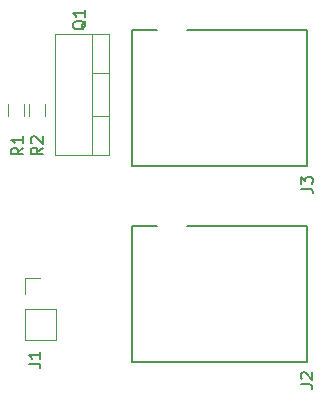
<source format=gbr>
G04 #@! TF.GenerationSoftware,KiCad,Pcbnew,(5.1.4)-1*
G04 #@! TF.CreationDate,2019-12-31T17:22:25-06:00*
G04 #@! TF.ProjectId,cutdown_power,63757464-6f77-46e5-9f70-6f7765722e6b,rev?*
G04 #@! TF.SameCoordinates,Original*
G04 #@! TF.FileFunction,Legend,Top*
G04 #@! TF.FilePolarity,Positive*
%FSLAX46Y46*%
G04 Gerber Fmt 4.6, Leading zero omitted, Abs format (unit mm)*
G04 Created by KiCad (PCBNEW (5.1.4)-1) date 2019-12-31 17:22:25*
%MOMM*%
%LPD*%
G04 APERTURE LIST*
%ADD10C,0.120000*%
%ADD11C,0.150000*%
G04 APERTURE END LIST*
D10*
X157928000Y-117034000D02*
X159258000Y-117034000D01*
X157928000Y-118364000D02*
X157928000Y-117034000D01*
X157928000Y-119634000D02*
X160588000Y-119634000D01*
X160588000Y-119634000D02*
X160588000Y-122234000D01*
X157928000Y-119634000D02*
X157928000Y-122234000D01*
X157928000Y-122234000D02*
X160588000Y-122234000D01*
D11*
X167047000Y-124114000D02*
X181847000Y-124114000D01*
X181847000Y-124114000D02*
X181847000Y-112614000D01*
X181847000Y-112614000D02*
X171647000Y-112614000D01*
X167047000Y-112614000D02*
X167047000Y-124114000D01*
X167047000Y-112614000D02*
X169097000Y-112614000D01*
D10*
X165098999Y-103324000D02*
X163588999Y-103324000D01*
X165098999Y-99623000D02*
X163588999Y-99623000D01*
X163588999Y-96353000D02*
X163588999Y-106593000D01*
X165098999Y-106593000D02*
X160457999Y-106593000D01*
X165098999Y-96353000D02*
X160457999Y-96353000D01*
X160457999Y-96353000D02*
X160457999Y-106593000D01*
X165098999Y-96353000D02*
X165098999Y-106593000D01*
X157906000Y-102243000D02*
X157906000Y-103243000D01*
X156546000Y-103243000D02*
X156546000Y-102243000D01*
X158324000Y-103243000D02*
X158324000Y-102243000D01*
X159684000Y-102243000D02*
X159684000Y-103243000D01*
D11*
X167047000Y-107477000D02*
X181847000Y-107477000D01*
X181847000Y-107477000D02*
X181847000Y-95977000D01*
X181847000Y-95977000D02*
X171647000Y-95977000D01*
X167047000Y-95977000D02*
X167047000Y-107477000D01*
X167047000Y-95977000D02*
X169097000Y-95977000D01*
X158251380Y-124253333D02*
X158965666Y-124253333D01*
X159108523Y-124300952D01*
X159203761Y-124396190D01*
X159251380Y-124539047D01*
X159251380Y-124634285D01*
X159251380Y-123253333D02*
X159251380Y-123824761D01*
X159251380Y-123539047D02*
X158251380Y-123539047D01*
X158394238Y-123634285D01*
X158489476Y-123729523D01*
X158537095Y-123824761D01*
X181283380Y-125984333D02*
X181997666Y-125984333D01*
X182140523Y-126031952D01*
X182235761Y-126127190D01*
X182283380Y-126270047D01*
X182283380Y-126365285D01*
X181378619Y-125555761D02*
X181331000Y-125508142D01*
X181283380Y-125412904D01*
X181283380Y-125174809D01*
X181331000Y-125079571D01*
X181378619Y-125031952D01*
X181473857Y-124984333D01*
X181569095Y-124984333D01*
X181711952Y-125031952D01*
X182283380Y-125603380D01*
X182283380Y-124984333D01*
X163107619Y-95218238D02*
X163060000Y-95313476D01*
X162964761Y-95408714D01*
X162821904Y-95551571D01*
X162774285Y-95646809D01*
X162774285Y-95742047D01*
X163012380Y-95694428D02*
X162964761Y-95789666D01*
X162869523Y-95884904D01*
X162679047Y-95932523D01*
X162345714Y-95932523D01*
X162155238Y-95884904D01*
X162060000Y-95789666D01*
X162012380Y-95694428D01*
X162012380Y-95503952D01*
X162060000Y-95408714D01*
X162155238Y-95313476D01*
X162345714Y-95265857D01*
X162679047Y-95265857D01*
X162869523Y-95313476D01*
X162964761Y-95408714D01*
X163012380Y-95503952D01*
X163012380Y-95694428D01*
X163012380Y-94313476D02*
X163012380Y-94884904D01*
X163012380Y-94599190D02*
X162012380Y-94599190D01*
X162155238Y-94694428D01*
X162250476Y-94789666D01*
X162298095Y-94884904D01*
X157805380Y-105957666D02*
X157329190Y-106291000D01*
X157805380Y-106529095D02*
X156805380Y-106529095D01*
X156805380Y-106148142D01*
X156853000Y-106052904D01*
X156900619Y-106005285D01*
X156995857Y-105957666D01*
X157138714Y-105957666D01*
X157233952Y-106005285D01*
X157281571Y-106052904D01*
X157329190Y-106148142D01*
X157329190Y-106529095D01*
X157805380Y-105005285D02*
X157805380Y-105576714D01*
X157805380Y-105291000D02*
X156805380Y-105291000D01*
X156948238Y-105386238D01*
X157043476Y-105481476D01*
X157091095Y-105576714D01*
X159456380Y-105957666D02*
X158980190Y-106291000D01*
X159456380Y-106529095D02*
X158456380Y-106529095D01*
X158456380Y-106148142D01*
X158504000Y-106052904D01*
X158551619Y-106005285D01*
X158646857Y-105957666D01*
X158789714Y-105957666D01*
X158884952Y-106005285D01*
X158932571Y-106052904D01*
X158980190Y-106148142D01*
X158980190Y-106529095D01*
X158551619Y-105576714D02*
X158504000Y-105529095D01*
X158456380Y-105433857D01*
X158456380Y-105195761D01*
X158504000Y-105100523D01*
X158551619Y-105052904D01*
X158646857Y-105005285D01*
X158742095Y-105005285D01*
X158884952Y-105052904D01*
X159456380Y-105624333D01*
X159456380Y-105005285D01*
X181316380Y-109426333D02*
X182030666Y-109426333D01*
X182173523Y-109473952D01*
X182268761Y-109569190D01*
X182316380Y-109712047D01*
X182316380Y-109807285D01*
X181316380Y-109045380D02*
X181316380Y-108426333D01*
X181697333Y-108759666D01*
X181697333Y-108616809D01*
X181744952Y-108521571D01*
X181792571Y-108473952D01*
X181887809Y-108426333D01*
X182125904Y-108426333D01*
X182221142Y-108473952D01*
X182268761Y-108521571D01*
X182316380Y-108616809D01*
X182316380Y-108902523D01*
X182268761Y-108997761D01*
X182221142Y-109045380D01*
M02*

</source>
